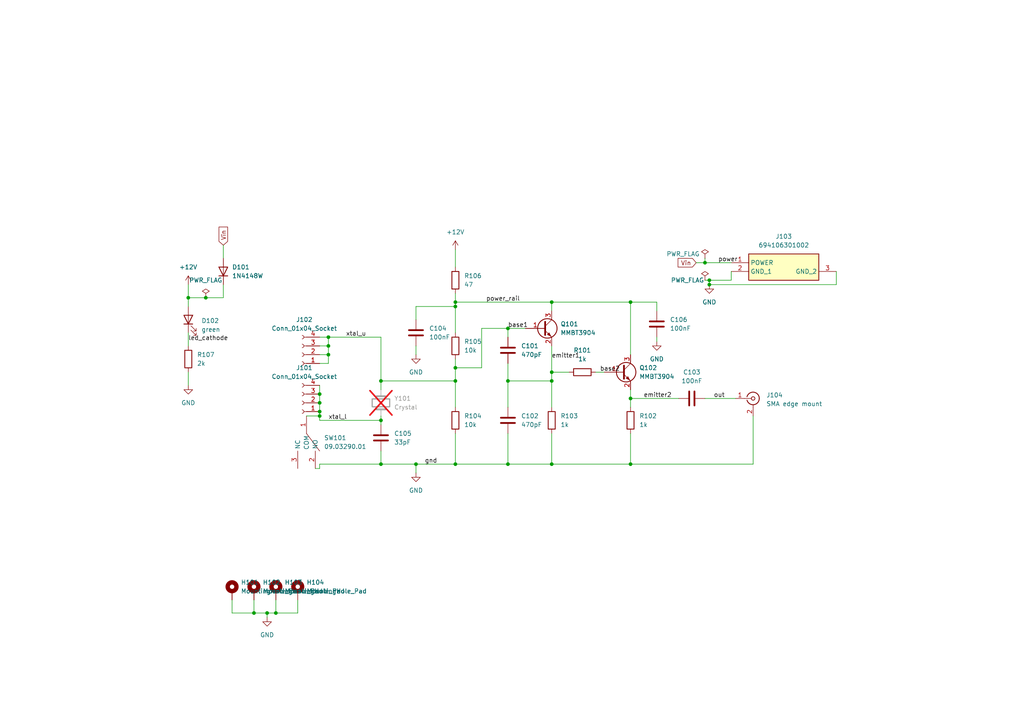
<source format=kicad_sch>
(kicad_sch (version 20230121) (generator eeschema)
  (paper "A4")
  (title_block (title "G3UUR crystal tester") (date "2023-12-17") (rev "1") (company "Erik Ø. Sørensen, LB3TH"))
  (lib_symbols
    (symbol "Connector:Conn_01x04_Socket" (pin_names (offset 1.016) hide)
      (property "Reference" "J" (at 0 5.08 0))
      (property "Value" "Conn_01x04_Socket" (at 0 -7.62 0))
      (symbol "Conn_01x04_Socket_1_1"
        (arc (start 0 -4.572) (mid -0.5058 -5.08) (end 0 -5.588) (stroke (width 0.1524)))
        (arc (start 0 -2.032) (mid -0.5058 -2.54) (end 0 -3.048) (stroke (width 0.1524)))
        (polyline (pts (xy -1.27 -5.08) (xy -0.508 -5.08)) (stroke (width 0.1524)))
        (polyline (pts (xy -1.27 -2.54) (xy -0.508 -2.54)) (stroke (width 0.1524)))
        (polyline (pts (xy -1.27 0) (xy -0.508 0)) (stroke (width 0.1524)))
        (polyline (pts (xy -1.27 2.54) (xy -0.508 2.54)) (stroke (width 0.1524)))
        (arc (start 0 0.508) (mid -0.5058 0) (end 0 -0.508) (stroke (width 0.1524)))
        (arc (start 0 3.048) (mid -0.5058 2.54) (end 0 2.032) (stroke (width 0.1524)))
        (pin passive line (at -5.08 2.54 0) (length 3.81) (name "Pin_1") (number "1"))
        (pin passive line (at -5.08 0 0) (length 3.81) (name "Pin_2") (number "2"))
        (pin passive line (at -5.08 -2.54 0) (length 3.81) (name "Pin_3") (number "3"))
        (pin passive line (at -5.08 -5.08 0) (length 3.81) (name "Pin_4") (number "4"))
      )
    )
    (symbol "Connector:Conn_Coaxial" (pin_names (offset 1.016) hide)
      (property "Reference" "J" (at 0.254 3.048 0))
      (property "Value" "Conn_Coaxial" (at 2.921 0 90))
      (symbol "Conn_Coaxial_0_1"
        (arc (start -1.778 -0.508) (mid 0.2311 -1.8066) (end 1.778 0) (stroke (width 0.254)))
        (polyline (pts (xy -2.54 0) (xy -0.508 0)))
        (polyline (pts (xy 0 -2.54) (xy 0 -1.778)))
        (circle (center 0 0) (radius 0.508) (stroke (width 0.2032)))
        (arc (start 1.778 0) (mid 0.2099 1.8101) (end -1.778 0.508) (stroke (width 0.254)))
      )
      (symbol "Conn_Coaxial_1_1"
        (pin passive line (at -5.08 0 0) (length 2.54) (name "In") (number "1"))
        (pin passive line (at 0 -5.08 90) (length 2.54) (name "Ext") (number "2"))
      )
    )
    (symbol "Device:C" (pin_numbers hide) (pin_names (offset 0.254))
      (property "Reference" "C" (at 0.635 2.54 0))
      (property "Value" "C" (at 0.635 -2.54 0))
      (symbol "C_0_1"
        (polyline (pts (xy -2.032 -0.762) (xy 2.032 -0.762)) (stroke (width 0.508)))
        (polyline (pts (xy -2.032 0.762) (xy 2.032 0.762)) (stroke (width 0.508)))
      )
      (symbol "C_1_1"
        (pin passive line (at 0 3.81 270) (length 2.794) (name "~") (number "1"))
        (pin passive line (at 0 -3.81 90) (length 2.794) (name "~") (number "2"))
      )
    )
    (symbol "Device:Crystal" (pin_numbers hide) (pin_names (offset 1.016) hide)
      (property "Reference" "Y" (at 0 3.81 0))
      (property "Value" "Crystal" (at 0 -3.81 0))
      (symbol "Crystal_0_1"
        (rectangle (start -1.143 2.54) (end 1.143 -2.54) (stroke (width 0.3048)))
        (polyline (pts (xy -2.54 0) (xy -1.905 0)))
        (polyline (pts (xy -1.905 -1.27) (xy -1.905 1.27)) (stroke (width 0.508)))
        (polyline (pts (xy 1.905 -1.27) (xy 1.905 1.27)) (stroke (width 0.508)))
        (polyline (pts (xy 2.54 0) (xy 1.905 0)))
      )
      (symbol "Crystal_1_1"
        (pin passive line (at -3.81 0 0) (length 1.27) (name "1") (number "1"))
        (pin passive line (at 3.81 0 180) (length 1.27) (name "2") (number "2"))
      )
    )
    (symbol "Device:D" (pin_numbers hide) (pin_names (offset 1.016) hide)
      (property "Reference" "D" (at 0 2.54 0))
      (property "Value" "D" (at 0 -2.54 0))
      (symbol "D_0_1"
        (polyline (pts (xy -1.27 1.27) (xy -1.27 -1.27)) (stroke (width 0.254)))
        (polyline (pts (xy 1.27 0) (xy -1.27 0)))
        (polyline (pts (xy 1.27 1.27) (xy 1.27 -1.27) (xy -1.27 0) (xy 1.27 1.27)) (stroke (width 0.254)))
      )
      (symbol "D_1_1"
        (pin passive line (at -3.81 0 0) (length 2.54) (name "K") (number "1"))
        (pin passive line (at 3.81 0 180) (length 2.54) (name "A") (number "2"))
      )
    )
    (symbol "Device:LED" (pin_numbers hide) (pin_names (offset 1.016) hide)
      (property "Reference" "D" (at 0 2.54 0))
      (property "Value" "LED" (at 0 -2.54 0))
      (symbol "LED_0_1"
        (polyline (pts (xy -1.27 -1.27) (xy -1.27 1.27)) (stroke (width 0.254)))
        (polyline (pts (xy -1.27 0) (xy 1.27 0)))
        (polyline (pts (xy 1.27 -1.27) (xy 1.27 1.27) (xy -1.27 0) (xy 1.27 -1.27)) (stroke (width 0.254)))
        (polyline (pts (xy -3.048 -0.762) (xy -4.572 -2.286) (xy -3.81 -2.286) (xy -4.572 -2.286) (xy -4.572 -1.524)))
        (polyline (pts (xy -1.778 -0.762) (xy -3.302 -2.286) (xy -2.54 -2.286) (xy -3.302 -2.286) (xy -3.302 -1.524)))
      )
      (symbol "LED_1_1"
        (pin passive line (at -3.81 0 0) (length 2.54) (name "K") (number "1"))
        (pin passive line (at 3.81 0 180) (length 2.54) (name "A") (number "2"))
      )
    )
    (symbol "Device:R" (pin_numbers hide) (pin_names (offset 0))
      (property "Reference" "R" (at 2.032 0 90))
      (property "Value" "R" (at 0 0 90))
      (symbol "R_0_1"
        (rectangle (start -1.016 -2.54) (end 1.016 2.54) (stroke (width 0.254)))
      )
      (symbol "R_1_1"
        (pin passive line (at 0 3.81 270) (length 1.27) (name "~") (number "1"))
        (pin passive line (at 0 -3.81 90) (length 1.27) (name "~") (number "2"))
      )
    )
    (symbol "Mechanical:MountingHole_Pad" (pin_numbers hide) (pin_names (offset 1.016) hide)
      (property "Reference" "H" (at 0 6.35 0))
      (property "Value" "MountingHole_Pad" (at 0 4.445 0))
      (symbol "MountingHole_Pad_0_1"
        (circle (center 0 1.27) (radius 1.27) (stroke (width 1.27)))
      )
      (symbol "MountingHole_Pad_1_1"
        (pin input line (at 0 -2.54 90) (length 2.54) (name "1") (number "1"))
      )
    )
    (symbol "Transistor_BJT:MMBT3904" (pin_names (offset 0) hide)
      (property "Reference" "Q" (at 5.08 1.905 0))
      (property "Value" "MMBT3904" (at 5.08 0 0))
      (symbol "MMBT3904_0_1"
        (polyline (pts (xy 0.635 0.635) (xy 2.54 2.54)))
        (polyline (pts (xy 0.635 -0.635) (xy 2.54 -2.54) (xy 2.54 -2.54)))
        (polyline (pts (xy 0.635 1.905) (xy 0.635 -1.905) (xy 0.635 -1.905)) (stroke (width 0.508)))
        (polyline (pts (xy 1.27 -1.778) (xy 1.778 -1.27) (xy 2.286 -2.286) (xy 1.27 -1.778) (xy 1.27 -1.778)) (fill (type outline)))
        (circle (center 1.27 0) (radius 2.8194) (stroke (width 0.254)))
      )
      (symbol "MMBT3904_1_1"
        (pin input line (at -5.08 0 0) (length 5.715) (name "B") (number "1"))
        (pin passive line (at 2.54 -5.08 90) (length 2.54) (name "E") (number "2"))
        (pin passive line (at 2.54 5.08 270) (length 2.54) (name "C") (number "3"))
      )
    )
    (symbol "lb3th:09.03290.01"
      (property "Reference" "SW" (at 12.7 11.43 0))
      (property "Value" "09.03290.01" (at 2.54 1.27 90))
      (symbol "09.03290.01_0_1"
        (polyline (pts (xy 10.16 8.89) (xy 13.97 3.81)))
      )
      (symbol "09.03290.01_1_1"
        (pin passive line (at 10.16 13.97 270) (length 5.08) (name "COM") (number "1"))
        (pin passive line (at 12.7 -1.27 90) (length 5.08) (name "NO") (number "2"))
        (pin passive line (at 7.62 -1.27 90) (length 5.08) (name "NC") (number "3"))
      )
    )
    (symbol "lb3th:694106301002"
      (property "Reference" "J" (at 26.67 7.62 0))
      (property "Value" "694106301002" (at 26.67 5.08 0))
      (symbol "694106301002_1_1"
        (rectangle (start 5.08 2.54) (end 25.4 -5.08) (stroke (width 0.254)) (fill (type background)))
        (pin passive line (at 30.48 -2.54 180) (length 5.08) (name "POWER") (number "1"))
        (pin passive line (at 30.48 0 180) (length 5.08) (name "GND_1") (number "2"))
        (pin passive line (at 0 0 0) (length 5.08) (name "GND_2") (number "3"))
      )
    )
    (symbol "power:+12V" (power) (pin_names (offset 0))
      (property "Value" "+12V" (at 0 3.556 0))
      (symbol "+12V_0_1"
        (polyline (pts (xy -0.762 1.27) (xy 0 2.54)))
        (polyline (pts (xy 0 0) (xy 0 2.54)))
        (polyline (pts (xy 0 2.54) (xy 0.762 1.27)))
      )
      (symbol "+12V_1_1"
        (pin power_in line (at 0 0 90) (length 0) hide (name "+12V") (number "1"))
      )
    )
    (symbol "power:GND" (power) (pin_names (offset 0))
      (property "Value" "GND" (at 0 -3.81 0))
      (symbol "GND_0_1"
        (polyline (pts (xy 0 0) (xy 0 -1.27) (xy 1.27 -1.27) (xy 0 -2.54) (xy -1.27 -1.27) (xy 0 -1.27)))
      )
      (symbol "GND_1_1"
        (pin power_in line (at 0 0 270) (length 0) hide (name "GND") (number "1"))
      )
    )
    (symbol "power:PWR_FLAG" (power) (pin_numbers hide) (pin_names (offset 0) hide)
      (property "Value" "PWR_FLAG" (at 0 3.81 0))
      (symbol "PWR_FLAG_0_0"
        (pin power_out line (at 0 0 90) (length 0) (name "pwr") (number "1"))
      )
      (symbol "PWR_FLAG_0_1"
        (polyline (pts (xy 0 0) (xy 0 1.27) (xy -1.016 1.905) (xy 0 2.54) (xy 1.016 1.905) (xy 0 1.27)))
      )
    )
  )
  (junction (at 182.88 115.57))
  (junction (at 77.47 177.8))
  (junction (at 132.08 110.49))
  (junction (at 204.47 76.2))
  (junction (at 120.65 134.62))
  (junction (at 132.08 88.9))
  (junction (at 92.71 119.38))
  (junction (at 54.61 86.36))
  (junction (at 92.71 116.84))
  (junction (at 95.25 97.79))
  (junction (at 95.25 102.87))
  (junction (at 160.02 110.49))
  (junction (at 182.88 134.62))
  (junction (at 73.66 177.8))
  (junction (at 132.08 87.63))
  (junction (at 80.01 177.8))
  (junction (at 160.02 107.95))
  (junction (at 147.32 134.62))
  (junction (at 182.88 87.63))
  (junction (at 110.49 121.92))
  (junction (at 132.08 134.62))
  (junction (at 59.69 86.36))
  (junction (at 110.49 134.62))
  (junction (at 92.71 120.65))
  (junction (at 205.74 82.55))
  (junction (at 147.32 110.49))
  (junction (at 160.02 134.62))
  (junction (at 132.08 106.68))
  (junction (at 205.74 81.28))
  (junction (at 160.02 87.63))
  (junction (at 95.25 100.33))
  (junction (at 92.71 114.3))
  (junction (at 110.49 110.49))
  (junction (at 147.32 95.25))
  (wire (pts (xy 110.49 121.92) (xy 110.49 123.19)))
  (wire (pts (xy 190.5 97.79) (xy 190.5 99.06)))
  (wire (pts (xy 160.02 100.33) (xy 160.02 107.95)))
  (wire (pts (xy 172.72 107.95) (xy 175.26 107.95)))
  (wire (pts (xy 120.65 88.9) (xy 132.08 88.9)))
  (wire (pts (xy 120.65 92.71) (xy 120.65 88.9)))
  (wire (pts (xy 242.57 82.55) (xy 205.74 82.55)))
  (wire (pts (xy 147.32 95.25) (xy 147.32 97.79)))
  (wire (pts (xy 120.65 100.33) (xy 120.65 102.87)))
  (wire (pts (xy 95.25 97.79) (xy 110.49 97.79)))
  (wire (pts (xy 86.36 177.8) (xy 86.36 173.99)))
  (wire (pts (xy 139.7 106.68) (xy 132.08 106.68)))
  (wire (pts (xy 218.44 134.62) (xy 182.88 134.62)))
  (wire (pts (xy 80.01 177.8) (xy 86.36 177.8)))
  (wire (pts (xy 77.47 177.8) (xy 80.01 177.8)))
  (wire (pts (xy 132.08 104.14) (xy 132.08 106.68)))
  (wire (pts (xy 147.32 125.73) (xy 147.32 134.62)))
  (wire (pts (xy 204.47 76.2) (xy 212.09 76.2)))
  (wire (pts (xy 54.61 107.95) (xy 54.61 111.76)))
  (wire (pts (xy 160.02 134.62) (xy 160.02 125.73)))
  (wire (pts (xy 110.49 110.49) (xy 132.08 110.49)))
  (wire (pts (xy 73.66 173.99) (xy 73.66 177.8)))
  (wire (pts (xy 182.88 115.57) (xy 196.85 115.57)))
  (wire (pts (xy 132.08 125.73) (xy 132.08 134.62)))
  (wire (pts (xy 95.25 100.33) (xy 95.25 97.79)))
  (wire (pts (xy 201.93 76.2) (xy 204.47 76.2)))
  (wire (pts (xy 88.9 120.65) (xy 92.71 120.65)))
  (wire (pts (xy 132.08 134.62) (xy 147.32 134.62)))
  (wire (pts (xy 110.49 120.65) (xy 110.49 121.92)))
  (wire (pts (xy 204.47 81.28) (xy 205.74 81.28)))
  (wire (pts (xy 132.08 106.68) (xy 132.08 110.49)))
  (wire (pts (xy 147.32 105.41) (xy 147.32 110.49)))
  (wire (pts (xy 77.47 177.8) (xy 77.47 179.07)))
  (wire (pts (xy 95.25 105.41) (xy 95.25 102.87)))
  (wire (pts (xy 160.02 107.95) (xy 165.1 107.95)))
  (wire (pts (xy 92.71 116.84) (xy 92.71 119.38)))
  (wire (pts (xy 182.88 134.62) (xy 160.02 134.62)))
  (wire (pts (xy 147.32 110.49) (xy 147.32 118.11)))
  (wire (pts (xy 160.02 87.63) (xy 160.02 90.17)))
  (wire (pts (xy 92.71 105.41) (xy 95.25 105.41)))
  (wire (pts (xy 152.4 95.25) (xy 147.32 95.25)))
  (wire (pts (xy 132.08 85.09) (xy 132.08 87.63)))
  (wire (pts (xy 92.71 114.3) (xy 92.71 116.84)))
  (wire (pts (xy 204.47 74.93) (xy 204.47 76.2)))
  (wire (pts (xy 182.88 87.63) (xy 182.88 102.87)))
  (wire (pts (xy 160.02 87.63) (xy 182.88 87.63)))
  (wire (pts (xy 205.74 81.28) (xy 212.09 81.28)))
  (wire (pts (xy 147.32 95.25) (xy 139.7 95.25)))
  (wire (pts (xy 64.77 71.12) (xy 64.77 74.93)))
  (wire (pts (xy 54.61 86.36) (xy 59.69 86.36)))
  (wire (pts (xy 110.49 113.03) (xy 110.49 110.49)))
  (wire (pts (xy 110.49 97.79) (xy 110.49 110.49)))
  (wire (pts (xy 120.65 134.62) (xy 132.08 134.62)))
  (wire (pts (xy 110.49 130.81) (xy 110.49 134.62)))
  (wire (pts (xy 147.32 134.62) (xy 160.02 134.62)))
  (wire (pts (xy 147.32 110.49) (xy 160.02 110.49)))
  (wire (pts (xy 182.88 115.57) (xy 182.88 118.11)))
  (wire (pts (xy 132.08 88.9) (xy 132.08 96.52)))
  (wire (pts (xy 54.61 86.36) (xy 54.61 88.9)))
  (wire (pts (xy 67.31 177.8) (xy 73.66 177.8)))
  (wire (pts (xy 92.71 100.33) (xy 95.25 100.33)))
  (wire (pts (xy 212.09 78.74) (xy 212.09 81.28)))
  (wire (pts (xy 92.71 97.79) (xy 95.25 97.79)))
  (wire (pts (xy 54.61 96.52) (xy 54.61 100.33)))
  (wire (pts (xy 242.57 78.74) (xy 242.57 82.55)))
  (wire (pts (xy 73.66 177.8) (xy 77.47 177.8)))
  (wire (pts (xy 120.65 134.62) (xy 120.65 137.16)))
  (wire (pts (xy 132.08 87.63) (xy 160.02 87.63)))
  (wire (pts (xy 92.71 119.38) (xy 92.71 120.65)))
  (wire (pts (xy 205.74 82.55) (xy 205.74 81.28)))
  (wire (pts (xy 92.71 134.62) (xy 110.49 134.62)))
  (wire (pts (xy 160.02 107.95) (xy 160.02 110.49)))
  (wire (pts (xy 139.7 95.25) (xy 139.7 106.68)))
  (wire (pts (xy 91.44 135.89) (xy 92.71 135.89)))
  (wire (pts (xy 92.71 120.65) (xy 92.71 121.92)))
  (wire (pts (xy 182.88 113.03) (xy 182.88 115.57)))
  (wire (pts (xy 132.08 110.49) (xy 132.08 118.11)))
  (wire (pts (xy 190.5 90.17) (xy 190.5 87.63)))
  (wire (pts (xy 110.49 134.62) (xy 120.65 134.62)))
  (wire (pts (xy 54.61 82.55) (xy 54.61 86.36)))
  (wire (pts (xy 218.44 120.65) (xy 218.44 134.62)))
  (wire (pts (xy 92.71 102.87) (xy 95.25 102.87)))
  (wire (pts (xy 182.88 125.73) (xy 182.88 134.62)))
  (wire (pts (xy 190.5 87.63) (xy 182.88 87.63)))
  (wire (pts (xy 67.31 173.99) (xy 67.31 177.8)))
  (wire (pts (xy 80.01 173.99) (xy 80.01 177.8)))
  (wire (pts (xy 59.69 86.36) (xy 64.77 86.36)))
  (wire (pts (xy 64.77 86.36) (xy 64.77 82.55)))
  (wire (pts (xy 92.71 135.89) (xy 92.71 134.62)))
  (wire (pts (xy 92.71 121.92) (xy 110.49 121.92)))
  (wire (pts (xy 160.02 110.49) (xy 160.02 118.11)))
  (wire (pts (xy 132.08 72.39) (xy 132.08 77.47)))
  (wire (pts (xy 132.08 87.63) (xy 132.08 88.9)))
  (wire (pts (xy 204.47 115.57) (xy 213.36 115.57)))
  (wire (pts (xy 92.71 111.76) (xy 92.71 114.3)))
  (wire (pts (xy 95.25 102.87) (xy 95.25 100.33)))
  (label "emitter2" (at 186.69 115.57 0))
  (label "power" (at 208.28 76.2 0))
  (label "power_rail" (at 140.97 87.63 0))
  (label "base2" (at 173.99 107.95 0))
  (label "led_cathode" (at 54.61 99.06 0))
  (label "gnd" (at 123.19 134.62 0))
  (label "xtal_l" (at 95.25 121.92 0))
  (label "base1" (at 147.32 95.25 0))
  (label "out" (at 207.01 115.57 0))
  (label "xtal_u" (at 100.33 97.79 0))
  (label "emitter1" (at 160.02 104.14 0))
  (global_label "Vin" (shape input) (at 64.77 71.12 90) (property "Intersheetrefs" "${INTERSHEET_REFS}" (effects hide)))
  (global_label "Vin" (shape input) (at 201.93 76.2 180) (property "Intersheetrefs" "${INTERSHEET_REFS}" (effects hide)))
  (symbol (lib_id "lb3th:09.03290.01") (at 78.74 134.62 0) (unit 1)
    (property "Reference" "SW101" (at 93.98 127 0) (effects (justify left)))
    (property "Value" "09.03290.01" (at 93.98 129.54 0) (effects (justify left)))
    (property "Footprint" "lb3th:090329001" (effects hide))
    (property "Datasheet" "https://www.mouser.co.uk/datasheet/2/628/EAO_1K2%20data%20sheet-1216079.pdf" (effects hide))
    (property "Height" "7.9" (effects hide))
    (property "Mouser Part Number" "123-09.03290.01" (effects hide))
    (property "Mouser Price/Stock" "https://www.mouser.co.uk/ProductDetail/EAO/09.03290.01?qs=2pKMaj72wiFtSlc%252BiwXuGQ%3D%3D" (effects hide))
    (property "Manufacturer_Name" "EAO" (effects hide))
    (property "Manufacturer_Part_Number" "09.03290.01" (effects hide))
  )
  (symbol (lib_id "power:GND") (at 77.47 179.07 0) (unit 1)
    (property "Reference" "#PWR0108" (effects hide))
    (property "Value" "GND" (at 77.47 184.15 0))
  )
  (symbol (lib_id "Device:R") (at 160.02 121.92 180) (unit 1)
    (property "Reference" "R103" (at 162.56 120.65 0) (effects (justify right)))
    (property "Value" "1k" (at 162.56 123.19 0) (effects (justify right)))
    (property "Footprint" "Resistor_SMD:R_0805_2012Metric" (effects hide))
  )
  (symbol (lib_id "Device:LED") (at 54.61 92.71 90) (unit 1)
    (property "Reference" "D102" (at 58.42 93.0275 90) (effects (justify right)))
    (property "Value" "green" (at 58.42 95.5675 90) (effects (justify right)))
    (property "Footprint" "LED_SMD:LED_0805_2012Metric_Pad1.15x1.40mm_HandSolder" (effects hide))
  )
  (symbol (lib_id "power:GND") (at 54.61 111.76 0) (unit 1)
    (property "Reference" "#PWR0107" (effects hide))
    (property "Value" "GND" (at 54.61 116.84 0))
  )
  (symbol (lib_id "Device:C") (at 147.32 121.92 0) (unit 1)
    (property "Reference" "C102" (at 151.13 120.65 0) (effects (justify left)))
    (property "Value" "470pF" (at 151.13 123.19 0) (effects (justify left)))
    (property "Footprint" "Capacitor_SMD:C_0805_2012Metric" (effects hide))
  )
  (symbol (lib_id "Device:C") (at 200.66 115.57 90) (unit 1)
    (property "Reference" "C103" (at 200.66 107.95 90))
    (property "Value" "100nF" (at 200.66 110.49 90))
    (property "Footprint" "Capacitor_SMD:C_0805_2012Metric" (effects hide))
  )
  (symbol (lib_id "Device:R") (at 132.08 81.28 0) (unit 1)
    (property "Reference" "R106" (at 134.62 80.01 0) (effects (justify left)))
    (property "Value" "47" (at 134.62 82.55 0) (effects (justify left)))
    (property "Footprint" "Resistor_SMD:R_0805_2012Metric" (effects hide))
  )
  (symbol (lib_id "Mechanical:MountingHole_Pad") (at 67.31 171.45 0) (unit 1)
    (property "Reference" "H101" (at 69.85 168.91 0) (effects (justify left)))
    (property "Value" "MountingHole_Pad" (at 69.85 171.45 0) (effects (justify left)))
    (property "Footprint" "MountingHole:MountingHole_3.2mm_M3_DIN965_Pad_TopBottom" (effects hide))
  )
  (symbol (lib_id "power:GND") (at 205.74 82.55 0) (unit 1)
    (property "Reference" "#PWR0103" (effects hide))
    (property "Value" "GND" (at 205.74 87.63 0))
  )
  (symbol (lib_id "Connector:Conn_01x04_Socket") (at 87.63 102.87 180) (unit 1)
    (property "Reference" "J102" (at 88.265 92.71 0))
    (property "Value" "Conn_01x04_Socket" (at 88.265 95.25 0))
    (property "Footprint" "Connector_PinSocket_2.54mm:PinSocket_1x04_P2.54mm_Vertical" (effects hide))
  )
  (symbol (lib_id "Device:C") (at 120.65 96.52 0) (unit 1)
    (property "Reference" "C104" (at 124.46 95.25 0) (effects (justify left)))
    (property "Value" "100nF" (at 124.46 97.79 0) (effects (justify left)))
    (property "Footprint" "Capacitor_SMD:C_0805_2012Metric" (effects hide))
  )
  (symbol (lib_id "power:GND") (at 120.65 137.16 0) (unit 1)
    (property "Reference" "#PWR0101" (effects hide))
    (property "Value" "GND" (at 120.65 142.24 0))
  )
  (symbol (lib_id "Mechanical:MountingHole_Pad") (at 80.01 171.45 0) (unit 1)
    (property "Reference" "H103" (at 82.55 168.91 0) (effects (justify left)))
    (property "Value" "MountingHole_Pad" (at 82.55 171.45 0) (effects (justify left)))
    (property "Footprint" "MountingHole:MountingHole_3.2mm_M3_DIN965_Pad_TopBottom" (effects hide))
  )
  (symbol (lib_id "power:PWR_FLAG") (at 59.69 86.36 0) (unit 1)
    (property "Reference" "#FLG0103" (effects hide))
    (property "Value" "PWR_FLAG" (at 59.69 81.28 0))
  )
  (symbol (lib_id "power:+12V") (at 54.61 82.55 0) (unit 1)
    (property "Reference" "#PWR0106" (effects hide))
    (property "Value" "+12V" (at 54.61 77.47 0))
  )
  (symbol (lib_id "Device:R") (at 182.88 121.92 180) (unit 1)
    (property "Reference" "R102" (at 185.42 120.65 0) (effects (justify right)))
    (property "Value" "1k" (at 185.42 123.19 0) (effects (justify right)))
    (property "Footprint" "Resistor_SMD:R_0805_2012Metric" (effects hide))
  )
  (symbol (lib_id "Device:C") (at 190.5 93.98 0) (unit 1)
    (property "Reference" "C106" (at 194.31 92.71 0) (effects (justify left)))
    (property "Value" "100nF" (at 194.31 95.25 0) (effects (justify left)))
    (property "Footprint" "Capacitor_SMD:C_0805_2012Metric" (effects hide))
  )
  (symbol (lib_id "Device:Crystal") (at 110.49 116.84 90) (unit 1) (dnp yes)
    (property "Reference" "Y101" (at 114.3 115.57 90) (effects (justify right)))
    (property "Value" "Crystal" (at 114.3 118.11 90) (effects (justify right)))
    (property "Footprint" "Crystal:Crystal_SMD_HC49-SD_HandSoldering" (effects hide))
  )
  (symbol (lib_id "Device:R") (at 54.61 104.14 0) (unit 1)
    (property "Reference" "R107" (at 57.15 102.87 0) (effects (justify left)))
    (property "Value" "2k" (at 57.15 105.41 0) (effects (justify left)))
    (property "Footprint" "Resistor_SMD:R_0805_2012Metric" (effects hide))
  )
  (symbol (lib_id "Mechanical:MountingHole_Pad") (at 73.66 171.45 0) (unit 1)
    (property "Reference" "H102" (at 76.2 168.91 0) (effects (justify left)))
    (property "Value" "MountingHole_Pad" (at 76.2 171.45 0) (effects (justify left)))
    (property "Footprint" "MountingHole:MountingHole_3.2mm_M3_DIN965_Pad_TopBottom" (effects hide))
  )
  (symbol (lib_id "Device:R") (at 132.08 100.33 0) (unit 1)
    (property "Reference" "R105" (at 134.62 99.06 0) (effects (justify left)))
    (property "Value" "10k" (at 134.62 101.6 0) (effects (justify left)))
    (property "Footprint" "Resistor_SMD:R_0805_2012Metric" (effects hide))
  )
  (symbol (lib_id "Device:C") (at 110.49 127 0) (unit 1)
    (property "Reference" "C105" (at 114.3 125.73 0) (effects (justify left)))
    (property "Value" "33pF" (at 114.3 128.27 0) (effects (justify left)))
    (property "Footprint" "Capacitor_SMD:C_0805_2012Metric" (effects hide))
  )
  (symbol (lib_id "Device:D") (at 64.77 78.74 90) (unit 1)
    (property "Reference" "D101" (at 67.31 77.47 90) (effects (justify right)))
    (property "Value" "1N4148W" (at 67.31 80.01 90) (effects (justify right)))
    (property "Footprint" "Diode_SMD:D_SOD-123" (effects hide))
    (property "Sim.Device" "D" (effects hide))
    (property "Sim.Pins" "1=K 2=A" (effects hide))
  )
  (symbol (lib_id "power:PWR_FLAG") (at 204.47 74.93 0) (unit 1)
    (property "Reference" "#FLG0101" (effects hide))
    (property "Value" "PWR_FLAG" (at 198.12 73.66 0))
  )
  (symbol (lib_id "Device:C") (at 147.32 101.6 0) (unit 1)
    (property "Reference" "C101" (at 151.13 100.33 0) (effects (justify left)))
    (property "Value" "470pF" (at 151.13 102.87 0) (effects (justify left)))
    (property "Footprint" "Capacitor_SMD:C_0805_2012Metric" (effects hide))
  )
  (symbol (lib_id "lb3th:694106301002") (at 242.57 78.74 180) (unit 1)
    (property "Reference" "J103" (at 227.33 68.58 0))
    (property "Value" "694106301002" (at 227.33 71.12 0))
    (property "Footprint" "lb3th:694106301002_1" (effects hide))
    (property "Datasheet" "https://datasheet.datasheetarchive.com/originals/distributors/Datasheets_SAMA/1c153bd2ba42bb51bda59ee4cd9765cd.pdf" (effects hide))
    (property "Mouser Part Number" "710-694106301002" (effects hide))
    (property "Mouser Price/Stock" "https://www.mouser.co.uk/ProductDetail/Wurth-Elektronik/694106301002?qs=a9WhcLg8qCwOEkcI62k5mA%3D%3D" (effects hide))
    (property "Manufacturer_Name" "Wurth Elektronik" (effects hide))
    (property "Manufacturer_Part_Number" "694106301002" (effects hide))
  )
  (symbol (lib_id "Connector:Conn_01x04_Socket") (at 87.63 116.84 180) (unit 1)
    (property "Reference" "J101" (at 88.265 106.68 0))
    (property "Value" "Conn_01x04_Socket" (at 88.265 109.22 0))
    (property "Footprint" "Connector_PinSocket_2.54mm:PinSocket_1x04_P2.54mm_Vertical" (effects hide))
  )
  (symbol (lib_id "Transistor_BJT:MMBT3904") (at 180.34 107.95 0) (unit 1)
    (property "Reference" "Q102" (at 185.42 106.68 0) (effects (justify left)))
    (property "Value" "MMBT3904" (at 185.42 109.22 0) (effects (justify left)))
    (property "Footprint" "Package_TO_SOT_SMD:SOT-23" (effects hide))
    (property "Datasheet" "https://www.onsemi.com/pdf/datasheet/pzt3904-d.pdf" (effects hide))
  )
  (symbol (lib_id "power:GND") (at 190.5 99.06 0) (unit 1)
    (property "Reference" "#PWR0105" (effects hide))
    (property "Value" "GND" (at 190.5 104.14 0))
  )
  (symbol (lib_id "Device:R") (at 132.08 121.92 0) (unit 1)
    (property "Reference" "R104" (at 134.62 120.65 0) (effects (justify left)))
    (property "Value" "10k" (at 134.62 123.19 0) (effects (justify left)))
    (property "Footprint" "Resistor_SMD:R_0805_2012Metric" (effects hide))
  )
  (symbol (lib_id "Connector:Conn_Coaxial") (at 218.44 115.57 0) (unit 1)
    (property "Reference" "J104" (at 222.25 114.5932 0) (effects (justify left)))
    (property "Value" "SMA edge mount" (at 222.25 117.1332 0) (effects (justify left)))
    (property "Footprint" "Connector_Coaxial:SMA_Molex_73251-1153_EdgeMount_Horizontal" (effects hide))
    (property "Datasheet" " ~" (effects hide))
  )
  (symbol (lib_id "Device:R") (at 168.91 107.95 90) (unit 1)
    (property "Reference" "R101" (at 168.91 101.6 90))
    (property "Value" "1k" (at 168.91 104.14 90))
    (property "Footprint" "Resistor_SMD:R_0805_2012Metric" (effects hide))
  )
  (symbol (lib_id "power:PWR_FLAG") (at 204.47 81.28 0) (unit 1)
    (property "Reference" "#FLG0102" (effects hide))
    (property "Value" "PWR_FLAG" (at 199.39 81.28 0))
  )
  (symbol (lib_id "power:+12V") (at 132.08 72.39 0) (unit 1)
    (property "Reference" "#PWR0102" (effects hide))
    (property "Value" "+12V" (at 132.08 67.31 0))
  )
  (symbol (lib_id "Transistor_BJT:MMBT3904") (at 157.48 95.25 0) (unit 1)
    (property "Reference" "Q101" (at 162.56 93.98 0) (effects (justify left)))
    (property "Value" "MMBT3904" (at 162.56 96.52 0) (effects (justify left)))
    (property "Footprint" "Package_TO_SOT_SMD:SOT-23" (effects hide))
    (property "Datasheet" "https://www.onsemi.com/pdf/datasheet/pzt3904-d.pdf" (effects hide))
  )
  (symbol (lib_id "power:GND") (at 120.65 102.87 0) (unit 1)
    (property "Reference" "#PWR0104" (effects hide))
    (property "Value" "GND" (at 120.65 107.95 0))
  )
  (symbol (lib_id "Mechanical:MountingHole_Pad") (at 86.36 171.45 0) (unit 1)
    (property "Reference" "H104" (at 88.9 168.91 0) (effects (justify left)))
    (property "Value" "MountingHole_Pad" (at 88.9 171.45 0) (effects (justify left)))
    (property "Footprint" "MountingHole:MountingHole_3.2mm_M3_DIN965_Pad_TopBottom" (effects hide))
  )
)
</source>
